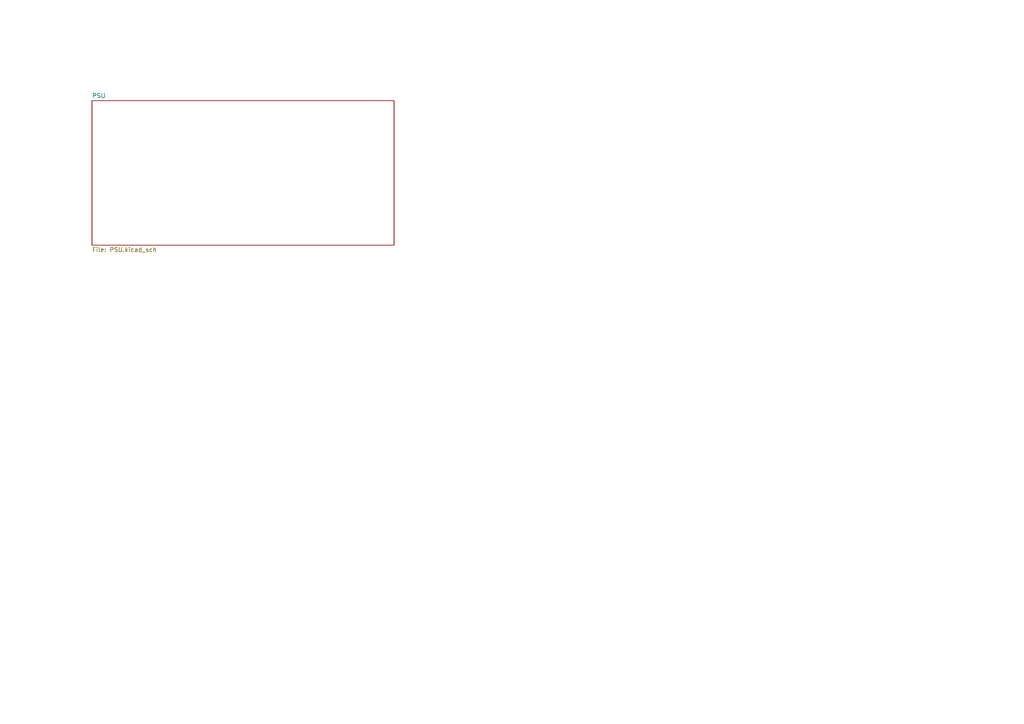
<source format=kicad_sch>
(kicad_sch (version 20230121) (generator eeschema)
  (paper "A4")
  (lib_symbols)
  (sheet (at 26.67 29.21) (size 87.63 41.91) (stroke (width 0.1524))
    (property "Sheetname" "PSU" (at 26.67 28.4984 0) (effects (justify left bottom)))
    (property "Sheetfile" "PSU.kicad_sch" (at 26.67 71.7046 0) (effects (justify left top)))
  )
)
</source>
